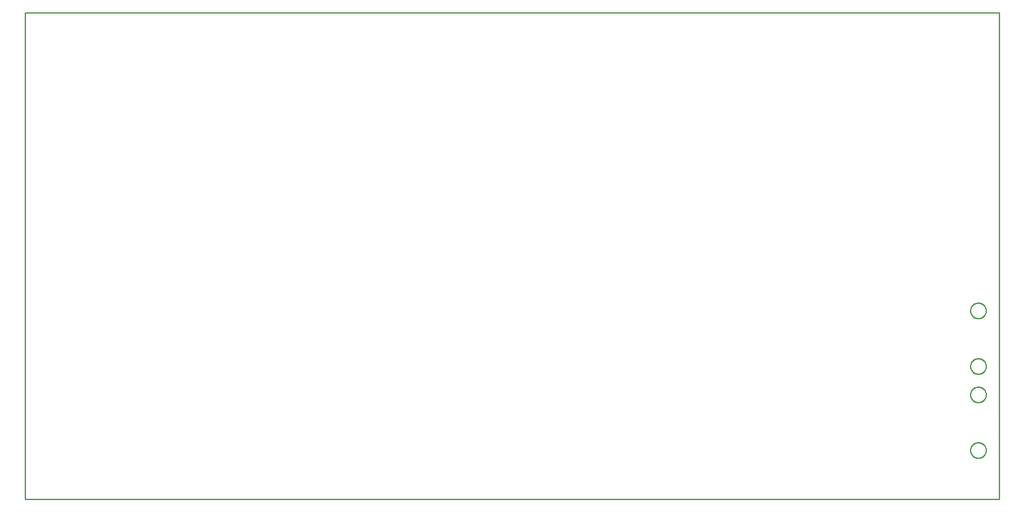
<source format=gbr>
G04 EAGLE Gerber RS-274X export*
G75*
%MOMM*%
%FSLAX34Y34*%
%LPD*%
%IN*%
%IPPOS*%
%AMOC8*
5,1,8,0,0,1.08239X$1,22.5*%
G01*
%ADD10C,0.254000*%


D10*
X0Y0D02*
X2000000Y0D01*
X2000000Y1000000D01*
X0Y1000000D01*
X0Y0D01*
X1957594Y116330D02*
X1958639Y116262D01*
X1959678Y116125D01*
X1960705Y115920D01*
X1961717Y115649D01*
X1962709Y115313D01*
X1963677Y114912D01*
X1964616Y114448D01*
X1965524Y113925D01*
X1966395Y113343D01*
X1967226Y112705D01*
X1968013Y112014D01*
X1968754Y111273D01*
X1969445Y110486D01*
X1970083Y109655D01*
X1970665Y108784D01*
X1971188Y107876D01*
X1971652Y106937D01*
X1972053Y105969D01*
X1972389Y104977D01*
X1972660Y103965D01*
X1972865Y102938D01*
X1973002Y101899D01*
X1973070Y100854D01*
X1973070Y99806D01*
X1973002Y98761D01*
X1972865Y97722D01*
X1972660Y96695D01*
X1972389Y95683D01*
X1972053Y94691D01*
X1971652Y93723D01*
X1971188Y92784D01*
X1970665Y91876D01*
X1970083Y91005D01*
X1969445Y90174D01*
X1968754Y89387D01*
X1968013Y88646D01*
X1967226Y87955D01*
X1966395Y87318D01*
X1965524Y86736D01*
X1964616Y86212D01*
X1963677Y85748D01*
X1962709Y85347D01*
X1961717Y85011D01*
X1960705Y84740D01*
X1959678Y84535D01*
X1958639Y84399D01*
X1957594Y84330D01*
X1956546Y84330D01*
X1955501Y84399D01*
X1954462Y84535D01*
X1953435Y84740D01*
X1952423Y85011D01*
X1951431Y85347D01*
X1950463Y85748D01*
X1949524Y86212D01*
X1948616Y86736D01*
X1947745Y87318D01*
X1946914Y87955D01*
X1946127Y88646D01*
X1945386Y89387D01*
X1944695Y90174D01*
X1944058Y91005D01*
X1943476Y91876D01*
X1942952Y92784D01*
X1942488Y93723D01*
X1942087Y94691D01*
X1941751Y95683D01*
X1941480Y96695D01*
X1941275Y97722D01*
X1941139Y98761D01*
X1941070Y99806D01*
X1941070Y100854D01*
X1941139Y101899D01*
X1941275Y102938D01*
X1941480Y103965D01*
X1941751Y104977D01*
X1942087Y105969D01*
X1942488Y106937D01*
X1942952Y107876D01*
X1943476Y108784D01*
X1944058Y109655D01*
X1944695Y110486D01*
X1945386Y111273D01*
X1946127Y112014D01*
X1946914Y112705D01*
X1947745Y113343D01*
X1948616Y113925D01*
X1949524Y114448D01*
X1950463Y114912D01*
X1951431Y115313D01*
X1952423Y115649D01*
X1953435Y115920D01*
X1954462Y116125D01*
X1955501Y116262D01*
X1956546Y116330D01*
X1957594Y116330D01*
X1957594Y230630D02*
X1958639Y230562D01*
X1959678Y230425D01*
X1960705Y230220D01*
X1961717Y229949D01*
X1962709Y229613D01*
X1963677Y229212D01*
X1964616Y228748D01*
X1965524Y228225D01*
X1966395Y227643D01*
X1967226Y227005D01*
X1968013Y226314D01*
X1968754Y225573D01*
X1969445Y224786D01*
X1970083Y223955D01*
X1970665Y223084D01*
X1971188Y222176D01*
X1971652Y221237D01*
X1972053Y220269D01*
X1972389Y219277D01*
X1972660Y218265D01*
X1972865Y217238D01*
X1973002Y216199D01*
X1973070Y215154D01*
X1973070Y214106D01*
X1973002Y213061D01*
X1972865Y212022D01*
X1972660Y210995D01*
X1972389Y209983D01*
X1972053Y208991D01*
X1971652Y208023D01*
X1971188Y207084D01*
X1970665Y206176D01*
X1970083Y205305D01*
X1969445Y204474D01*
X1968754Y203687D01*
X1968013Y202946D01*
X1967226Y202255D01*
X1966395Y201618D01*
X1965524Y201036D01*
X1964616Y200512D01*
X1963677Y200048D01*
X1962709Y199647D01*
X1961717Y199311D01*
X1960705Y199040D01*
X1959678Y198835D01*
X1958639Y198699D01*
X1957594Y198630D01*
X1956546Y198630D01*
X1955501Y198699D01*
X1954462Y198835D01*
X1953435Y199040D01*
X1952423Y199311D01*
X1951431Y199647D01*
X1950463Y200048D01*
X1949524Y200512D01*
X1948616Y201036D01*
X1947745Y201618D01*
X1946914Y202255D01*
X1946127Y202946D01*
X1945386Y203687D01*
X1944695Y204474D01*
X1944058Y205305D01*
X1943476Y206176D01*
X1942952Y207084D01*
X1942488Y208023D01*
X1942087Y208991D01*
X1941751Y209983D01*
X1941480Y210995D01*
X1941275Y212022D01*
X1941139Y213061D01*
X1941070Y214106D01*
X1941070Y215154D01*
X1941139Y216199D01*
X1941275Y217238D01*
X1941480Y218265D01*
X1941751Y219277D01*
X1942087Y220269D01*
X1942488Y221237D01*
X1942952Y222176D01*
X1943476Y223084D01*
X1944058Y223955D01*
X1944695Y224786D01*
X1945386Y225573D01*
X1946127Y226314D01*
X1946914Y227005D01*
X1947745Y227643D01*
X1948616Y228225D01*
X1949524Y228748D01*
X1950463Y229212D01*
X1951431Y229613D01*
X1952423Y229949D01*
X1953435Y230220D01*
X1954462Y230425D01*
X1955501Y230562D01*
X1956546Y230630D01*
X1957594Y230630D01*
X1957594Y289050D02*
X1958639Y288982D01*
X1959678Y288845D01*
X1960705Y288640D01*
X1961717Y288369D01*
X1962709Y288033D01*
X1963677Y287632D01*
X1964616Y287168D01*
X1965524Y286645D01*
X1966395Y286063D01*
X1967226Y285425D01*
X1968013Y284734D01*
X1968754Y283993D01*
X1969445Y283206D01*
X1970083Y282375D01*
X1970665Y281504D01*
X1971188Y280596D01*
X1971652Y279657D01*
X1972053Y278689D01*
X1972389Y277697D01*
X1972660Y276685D01*
X1972865Y275658D01*
X1973002Y274619D01*
X1973070Y273574D01*
X1973070Y272526D01*
X1973002Y271481D01*
X1972865Y270442D01*
X1972660Y269415D01*
X1972389Y268403D01*
X1972053Y267411D01*
X1971652Y266443D01*
X1971188Y265504D01*
X1970665Y264596D01*
X1970083Y263725D01*
X1969445Y262894D01*
X1968754Y262107D01*
X1968013Y261366D01*
X1967226Y260675D01*
X1966395Y260038D01*
X1965524Y259456D01*
X1964616Y258932D01*
X1963677Y258468D01*
X1962709Y258067D01*
X1961717Y257731D01*
X1960705Y257460D01*
X1959678Y257255D01*
X1958639Y257119D01*
X1957594Y257050D01*
X1956546Y257050D01*
X1955501Y257119D01*
X1954462Y257255D01*
X1953435Y257460D01*
X1952423Y257731D01*
X1951431Y258067D01*
X1950463Y258468D01*
X1949524Y258932D01*
X1948616Y259456D01*
X1947745Y260038D01*
X1946914Y260675D01*
X1946127Y261366D01*
X1945386Y262107D01*
X1944695Y262894D01*
X1944058Y263725D01*
X1943476Y264596D01*
X1942952Y265504D01*
X1942488Y266443D01*
X1942087Y267411D01*
X1941751Y268403D01*
X1941480Y269415D01*
X1941275Y270442D01*
X1941139Y271481D01*
X1941070Y272526D01*
X1941070Y273574D01*
X1941139Y274619D01*
X1941275Y275658D01*
X1941480Y276685D01*
X1941751Y277697D01*
X1942087Y278689D01*
X1942488Y279657D01*
X1942952Y280596D01*
X1943476Y281504D01*
X1944058Y282375D01*
X1944695Y283206D01*
X1945386Y283993D01*
X1946127Y284734D01*
X1946914Y285425D01*
X1947745Y286063D01*
X1948616Y286645D01*
X1949524Y287168D01*
X1950463Y287632D01*
X1951431Y288033D01*
X1952423Y288369D01*
X1953435Y288640D01*
X1954462Y288845D01*
X1955501Y288982D01*
X1956546Y289050D01*
X1957594Y289050D01*
X1957594Y403350D02*
X1958639Y403282D01*
X1959678Y403145D01*
X1960705Y402940D01*
X1961717Y402669D01*
X1962709Y402333D01*
X1963677Y401932D01*
X1964616Y401468D01*
X1965524Y400945D01*
X1966395Y400363D01*
X1967226Y399725D01*
X1968013Y399034D01*
X1968754Y398293D01*
X1969445Y397506D01*
X1970083Y396675D01*
X1970665Y395804D01*
X1971188Y394896D01*
X1971652Y393957D01*
X1972053Y392989D01*
X1972389Y391997D01*
X1972660Y390985D01*
X1972865Y389958D01*
X1973002Y388919D01*
X1973070Y387874D01*
X1973070Y386826D01*
X1973002Y385781D01*
X1972865Y384742D01*
X1972660Y383715D01*
X1972389Y382703D01*
X1972053Y381711D01*
X1971652Y380743D01*
X1971188Y379804D01*
X1970665Y378896D01*
X1970083Y378025D01*
X1969445Y377194D01*
X1968754Y376407D01*
X1968013Y375666D01*
X1967226Y374975D01*
X1966395Y374338D01*
X1965524Y373756D01*
X1964616Y373232D01*
X1963677Y372768D01*
X1962709Y372367D01*
X1961717Y372031D01*
X1960705Y371760D01*
X1959678Y371555D01*
X1958639Y371419D01*
X1957594Y371350D01*
X1956546Y371350D01*
X1955501Y371419D01*
X1954462Y371555D01*
X1953435Y371760D01*
X1952423Y372031D01*
X1951431Y372367D01*
X1950463Y372768D01*
X1949524Y373232D01*
X1948616Y373756D01*
X1947745Y374338D01*
X1946914Y374975D01*
X1946127Y375666D01*
X1945386Y376407D01*
X1944695Y377194D01*
X1944058Y378025D01*
X1943476Y378896D01*
X1942952Y379804D01*
X1942488Y380743D01*
X1942087Y381711D01*
X1941751Y382703D01*
X1941480Y383715D01*
X1941275Y384742D01*
X1941139Y385781D01*
X1941070Y386826D01*
X1941070Y387874D01*
X1941139Y388919D01*
X1941275Y389958D01*
X1941480Y390985D01*
X1941751Y391997D01*
X1942087Y392989D01*
X1942488Y393957D01*
X1942952Y394896D01*
X1943476Y395804D01*
X1944058Y396675D01*
X1944695Y397506D01*
X1945386Y398293D01*
X1946127Y399034D01*
X1946914Y399725D01*
X1947745Y400363D01*
X1948616Y400945D01*
X1949524Y401468D01*
X1950463Y401932D01*
X1951431Y402333D01*
X1952423Y402669D01*
X1953435Y402940D01*
X1954462Y403145D01*
X1955501Y403282D01*
X1956546Y403350D01*
X1957594Y403350D01*
M02*

</source>
